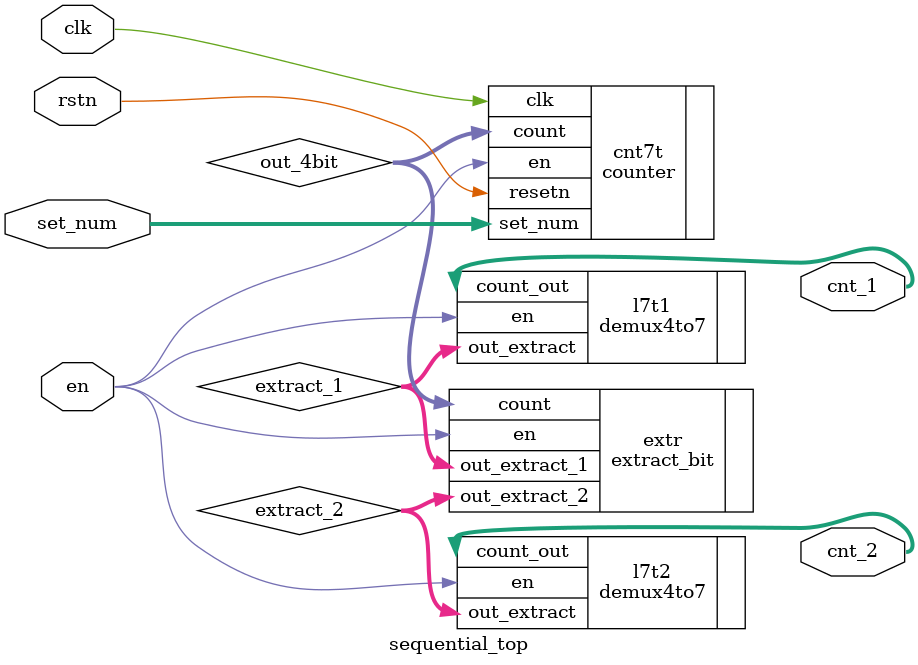
<source format=v>
`timescale 1ns / 1ps


module sequential_top(
clk, en, set_num, rstn, cnt_1, cnt_2
    );
input clk;
input en;
input [3:0] set_num;
input rstn;
output wire [6:0] cnt_1;
output wire [6:0] cnt_2;
wire [3:0] out_4bit;
wire [3:0] extract_1;
wire [3:0] extract_2;
counter cnt7t(.clk(clk), .en(en), .set_num(set_num), .resetn(rstn), .count(out_4bit));
extract_bit extr(.en(en), .count(out_4bit), .out_extract_1(extract_1), .out_extract_2(extract_2));
demux4to7 l7t1(.en(en), .out_extract(extract_1), .count_out(cnt_1));
demux4to7 l7t2(.en(en), .out_extract(extract_2), .count_out(cnt_2)); 
endmodule

</source>
